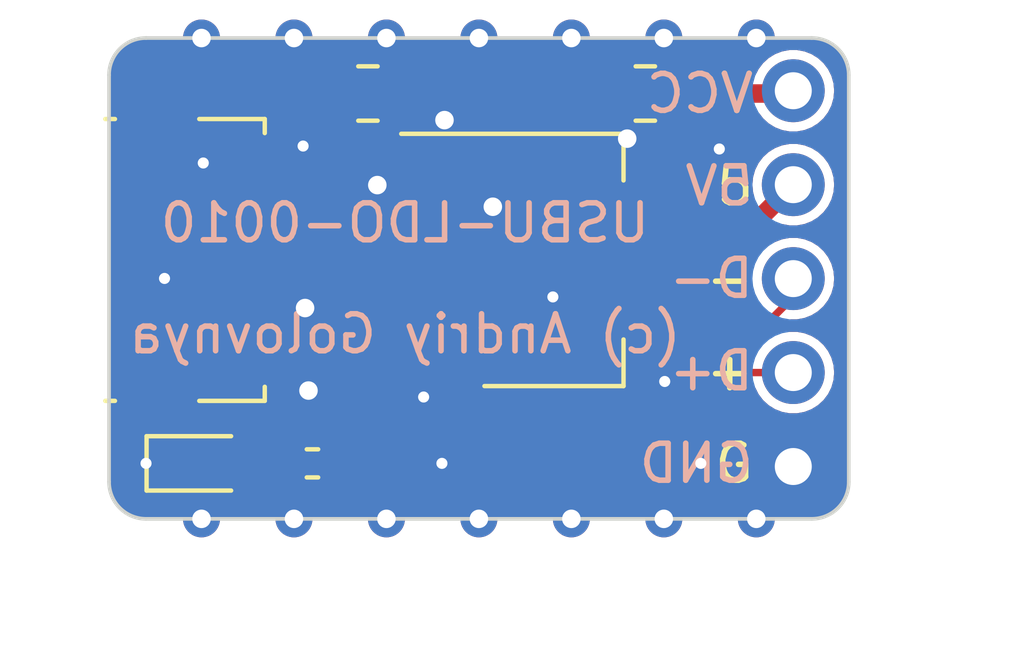
<source format=kicad_pcb>
(kicad_pcb (version 20221018) (generator pcbnew)
  (title_block (title "USBU-LDO-0010") (date "2024-02-01") (rev "1.0") (company "(c) Andriy Golovnya") (comment 1 "microUSB based board with LDO") (comment 2 "Designed in Germany"))
  (layers (0 "F.Cu" signal) (31 "B.Cu" signal) (34 "B.Paste" user) (35 "F.Paste" user) (36 "B.SilkS" user "B.Silkscreen") (37 "F.SilkS" user "F.Silkscreen") (38 "B.Mask" user) (39 "F.Mask" user) (44 "Edge.Cuts" user))
  (net 0 "")
  (net 1 "VBUS")
  (net 2 "GND")
  (net 3 "VCC")
  (net 4 "Net-(D1-A)")
  (net 7 "/D-")
  (net 8 "/D+")
  (footprint "Capacitor_SMD:C_0805_2012Metric" (layer "F.Cu") (at 164.5 95 180)
    (fp_text reference "C2" hide)
    (fp_text value "4.7uF")
    (fp_line (start -0.261252 -0.735) (end 0.261252 -0.735) (stroke (width 0.12)) (layer "F.SilkS"))
    (fp_line (start -0.261252 0.735) (end 0.261252 0.735) (stroke (width 0.12)) (layer "F.SilkS"))
    (pad "1" smd roundrect (at -0.95 0 180) (size 1 1.45) (layers "F.Cu" "F.Paste" "F.Mask") (net 3 "VCC"))
    (pad "2" smd roundrect (at 0.95 0 180) (size 1 1.45) (layers "F.Cu" "F.Paste" "F.Mask") (net 2 "GND"))
  )
  (footprint "Resistor_SMD:R_0402_1005Metric" (layer "F.Cu") (at 155.5 105 180)
    (fp_text reference "R1" hide)
    (fp_text value "1k")
    (fp_line (start -0.153641 -0.38) (end 0.153641 -0.38) (stroke (width 0.12)) (layer "F.SilkS"))
    (fp_line (start -0.153641 0.38) (end 0.153641 0.38) (stroke (width 0.12)) (layer "F.SilkS"))
    (pad "1" smd roundrect (at -0.51 0 180) (size 0.54 0.64) (layers "F.Cu" "F.Paste" "F.Mask") (net 1 "VBUS"))
    (pad "2" smd roundrect (at 0.51 0 180) (size 0.54 0.64) (layers "F.Cu" "F.Paste" "F.Mask") (net 4 "Net-(D1-A)"))
  )
  (footprint "Capacitor_SMD:C_0805_2012Metric" (layer "F.Cu") (at 157 95)
    (fp_text reference "C1" hide)
    (fp_text value "4.7uF")
    (fp_line (start -0.261252 -0.735) (end 0.261252 -0.735) (stroke (width 0.12)) (layer "F.SilkS"))
    (fp_line (start -0.261252 0.735) (end 0.261252 0.735) (stroke (width 0.12)) (layer "F.SilkS"))
    (pad "1" smd roundrect (at -0.95 0) (size 1 1.45) (layers "F.Cu" "F.Paste" "F.Mask") (net 1 "VBUS"))
    (pad "2" smd roundrect (at 0.95 0) (size 1 1.45) (layers "F.Cu" "F.Paste" "F.Mask") (net 2 "GND"))
  )
  (footprint "Connector_PinHeader_2.54mm:PinHeader_1x05_P2.54mm_Vertical" (layer "F.Cu") (at 168.5 94.925)
    (fp_text reference "J2" hide)
    (fp_text value "Conn_01x05_Pin")
    (pad "1" thru_hole oval (at 0 0) (size 1.7 1.7) (drill 1) (layers "*.Cu" "*.Mask") (net 3 "VCC"))
    (pad "2" thru_hole oval (at 0 2.54) (size 1.7 1.7) (drill 1) (layers "*.Cu" "*.Mask") (net 1 "VBUS"))
    (pad "3" thru_hole oval (at 0 5.08) (size 1.7 1.7) (drill 1) (layers "*.Cu" "*.Mask") (net 7 "/D-"))
    (pad "4" thru_hole oval (at 0 7.62) (size 1.7 1.7) (drill 1) (layers "*.Cu" "*.Mask") (net 8 "/D+"))
    (pad "5" thru_hole oval (at 0 10.16) (size 1.7 1.7) (drill 1) (layers "*.Cu" "*.Mask") (net 2 "GND"))
  )
  (footprint "LED_SMD:LED_0603_1608Metric" (layer "F.Cu") (at 152.5 105)
    (fp_text reference "D1" hide)
    (fp_text value "RED")
    (fp_line (start -1.485 -0.735) (end -1.485 0.735) (stroke (width 0.12)) (layer "F.SilkS"))
    (fp_line (start -1.485 0.735) (end 0.8 0.735) (stroke (width 0.12)) (layer "F.SilkS"))
    (fp_line (start 0.8 -0.735) (end -1.485 -0.735) (stroke (width 0.12)) (layer "F.SilkS"))
    (pad "1" smd roundrect (at -0.7875 0) (size 0.875 0.95) (layers "F.Cu" "F.Paste" "F.Mask") (net 2 "GND"))
    (pad "2" smd roundrect (at 0.7875 0) (size 0.875 0.95) (layers "F.Cu" "F.Paste" "F.Mask") (net 4 "Net-(D1-A)"))
  )
  (footprint "Package_TO_SOT_SMD:SOT-223-3_TabPin2" (layer "F.Cu") (at 162 99.5)
    (fp_text reference "U1" hide)
    (fp_text value "AMS1117-3.3")
    (fp_line (start -4.1 -3.41) (end 1.91 -3.41) (stroke (width 0.12)) (layer "F.SilkS"))
    (fp_line (start -1.85 3.41) (end 1.91 3.41) (stroke (width 0.12)) (layer "F.SilkS"))
    (fp_line (start 1.91 -3.41) (end 1.91 -2.15) (stroke (width 0.12)) (layer "F.SilkS"))
    (fp_line (start 1.91 3.41) (end 1.91 2.15) (stroke (width 0.12)) (layer "F.SilkS"))
    (pad "1" smd rect (at -3.15 -2.3) (size 2 1.5) (layers "F.Cu" "F.Paste" "F.Mask") (net 2 "GND"))
    (pad "2" smd rect (at -3.15 0) (size 2 1.5) (layers "F.Cu" "F.Paste" "F.Mask") (net 3 "VCC"))
    (pad "2" smd rect (at 3.15 0) (size 2 3.8) (layers "F.Cu" "F.Paste" "F.Mask") (net 3 "VCC"))
    (pad "3" smd rect (at -3.15 2.3) (size 2 1.5) (layers "F.Cu" "F.Paste" "F.Mask") (net 1 "VBUS"))
  )
  (footprint "Connector_USB:USB_Micro-B_Molex_47346-0001" (layer "F.Cu") (at 152.5 99.5 -90)
    (fp_text reference "J1" hide)
    (fp_text value "USB_B_Micro")
    (fp_line (start -3.81 -1.71) (end -3.43 -1.71) (stroke (width 0.12)) (layer "F.SilkS"))
    (fp_line (start -3.81 0.06) (end -3.81 -1.71) (stroke (width 0.12)) (layer "F.SilkS"))
    (fp_line (start -3.81 2.6) (end -3.81 2.34) (stroke (width 0.12)) (layer "F.SilkS"))
    (fp_line (start 3.81 -1.71) (end 3.43 -1.71) (stroke (width 0.12)) (layer "F.SilkS"))
    (fp_line (start 3.81 -1.71) (end 3.81 0.06) (stroke (width 0.12)) (layer "F.SilkS"))
    (fp_line (start 3.81 2.34) (end 3.81 2.6) (stroke (width 0.12)) (layer "F.SilkS"))
    (pad "1" smd rect (at -1.3 -1.46 270) (size 0.45 1.38) (layers "F.Cu" "F.Paste" "F.Mask") (net 1 "VBUS"))
    (pad "2" smd rect (at -0.65 -1.46 270) (size 0.45 1.38) (layers "F.Cu" "F.Paste" "F.Mask") (net 7 "/D-"))
    (pad "3" smd rect (at 0 -1.46 270) (size 0.45 1.38) (layers "F.Cu" "F.Paste" "F.Mask") (net 8 "/D+"))
    (pad "4" smd rect (at 0.65 -1.46 270) (size 0.45 1.38) (layers "F.Cu" "F.Paste" "F.Mask"))
    (pad "5" smd rect (at 1.3 -1.46 270) (size 0.45 1.38) (layers "F.Cu" "F.Paste" "F.Mask") (net 2 "GND"))
    (pad "6" smd rect (at -3.375 1.2 270) (size 1.65 1.3) (layers "F.Cu" "F.Paste" "F.Mask"))
    (pad "6" smd rect (at -2.4875 -1.375 270) (size 1.425 1.55) (layers "F.Cu" "F.Paste" "F.Mask"))
    (pad "6" smd rect (at -1.15 1.2 270) (size 1.8 1.9) (layers "F.Cu" "F.Paste" "F.Mask"))
    (pad "6" smd rect (at 1.55 1.2 270) (size 1 1.9) (layers "F.Cu" "F.Paste" "F.Mask"))
    (pad "6" smd rect (at 2.4875 -1.375 270) (size 1.425 1.55) (layers "F.Cu" "F.Paste" "F.Mask"))
    (pad "6" smd rect (at 3.375 1.2 270) (size 1.65 1.3) (layers "F.Cu" "F.Paste" "F.Mask"))
  )
  (gr_line (start 170 105.5) (end 170 94.5) (stroke (width 0.1)) (layer "Edge.Cuts"))
  (gr_line (start 169 106.5) (end 151 106.5) (stroke (width 0.1)) (layer "Edge.Cuts"))
  (gr_arc (start 150 94.5) (mid 150.292893 93.792893) (end 151 93.5) (stroke (width 0.1)) (layer "Edge.Cuts"))
  (gr_arc (start 151 106.5) (mid 150.292893 106.207107) (end 150 105.5) (stroke (width 0.1)) (layer "Edge.Cuts"))
  (gr_arc (start 169 93.5) (mid 169.707107 93.792893) (end 170 94.5) (stroke (width 0.1)) (layer "Edge.Cuts"))
  (gr_line (start 150 105.5) (end 150 94.5) (stroke (width 0.1)) (layer "Edge.Cuts"))
  (gr_line (start 169 93.5) (end 151 93.5) (stroke (width 0.1)) (layer "Edge.Cuts"))
  (gr_arc (start 170 105.5) (mid 169.707107 106.207107) (end 169 106.5) (stroke (width 0.1)) (layer "Edge.Cuts"))
  (gr_text "${TITLE}" (at 158 98.5) (layer "B.SilkS") (effects (font (size 1 1)) (justify mirror)))
  (gr_text "D-" (at 167.5 100) (layer "B.SilkS") (effects (font (size 1 1)) (justify left mirror)))
  (gr_text "GND" (at 167.5 105) (layer "B.SilkS") (effects (font (size 1 1)) (justify left mirror)))
  (gr_text "D+" (at 167.5 102.5) (layer "B.SilkS") (effects (font (size 1 1)) (justify left mirror)))
  (gr_text "VCC" (at 167.5 95) (layer "B.SilkS") (effects (font (size 1 1)) (justify left mirror)))
  (gr_text "5V" (at 167.5 97.5) (layer "B.SilkS") (effects (font (size 1 1)) (justify left mirror)))
  (gr_text "${COMPANY}" (at 158 101.5) (layer "B.SilkS") (effects (font (size 1 1)) (justify mirror)))
  (gr_text "V" (at 167.5 95) (layer "F.SilkS") (effects (font (size 1 1)) (justify right)))
  (gr_text "+" (at 167.5 102.5) (layer "F.SilkS") (effects (font (size 1 1)) (justify right)))
  (gr_text "5" (at 167.5 97.5) (layer "F.SilkS") (effects (font (size 1 1)) (justify right)))
  (gr_text "-" (at 167.5 100) (layer "F.SilkS") (effects (font (size 1 1)) (justify right)))
  (gr_text "G" (at 167.5 105) (layer "F.SilkS") (effects (font (size 1 1)) (justify right)))
  (segment (start 157.4 100.6) (end 157.4 99.465293) (width 0.5) (layer "F.Cu") (net 1))
  (segment (start 166.80029 101.424392) (end 166.80029 99.16471) (width 0.5) (layer "F.Cu") (net 1))
  (segment (start 156.05 98.115293) (end 156.05 98.05) (width 0.5) (layer "F.Cu") (net 1))
  (segment (start 166.374682 101.85) (end 166.80029 101.424392) (width 0.5) (layer "F.Cu") (net 1))
  (segment (start 158.85 101.8) (end 158.6 101.8) (width 0.5) (layer "F.Cu") (net 1))
  (segment (start 158.9 101.85) (end 166.374682 101.85) (width 0.5) (layer "F.Cu") (net 1))
  (segment (start 166.80029 99.16471) (end 168.5 97.465) (width 0.5) (layer "F.Cu") (net 1))
  (segment (start 157.4 99.465293) (end 156.05 98.115293) (width 0.5) (layer "F.Cu") (net 1))
  (segment (start 156.05 98.05) (end 155.9 98.2) (width 0.5) (layer "F.Cu") (net 1))
  (segment (start 158.85 101.8) (end 158.9 101.85) (width 0.5) (layer "F.Cu") (net 1))
  (segment (start 156.05 95) (end 156.05 98.05) (width 0.5) (layer "F.Cu") (net 1))
  (segment (start 155.9 98.2) (end 155.2 98.2) (width 0.5) (layer "F.Cu") (net 1))
  (segment (start 152.8 103.3) (end 152.8 98.67) (width 0.2) (layer "F.Cu") (net 1))
  (segment (start 158.6 101.8) (end 157.4 100.6) (width 0.5) (layer "F.Cu") (net 1))
  (segment (start 155.01 104) (end 153.5 104) (width 0.2) (layer "F.Cu") (net 1))
  (segment (start 153.96 98.2) (end 155.2 98.2) (width 0.45) (layer "F.Cu") (net 1))
  (segment (start 153.5 104) (end 152.8 103.3) (width 0.2) (layer "F.Cu") (net 1))
  (segment (start 152.8 98.67) (end 153.27 98.2) (width 0.2) (layer "F.Cu") (net 1))
  (segment (start 156.01 105) (end 155.01 104) (width 0.2) (layer "F.Cu") (net 1))
  (segment (start 153.27 98.2) (end 153.96 98.2) (width 0.2) (layer "F.Cu") (net 1))
  (segment (start 155.3 100.8) (end 153.96 100.8) (width 0.45) (layer "F.Cu") (net 2))
  (via (at 160 106.5) (size 1) (drill 0.5) (layers "F.Cu" "B.Cu") (net 2))
  (via (at 155 93.5) (size 1) (drill 0.5) (layers "F.Cu" "B.Cu") (net 2))
  (via (at 155.246645 96.420404) (size 0.6) (drill 0.3) (layers "F.Cu" "B.Cu") (net 2))
  (via (at 151.5 100) (size 0.6) (drill 0.3) (layers "F.Cu" "B.Cu") (net 2))
  (via (at 159 105) (size 0.6) (drill 0.3) (layers "F.Cu" "B.Cu") (net 2))
  (via (at 166.5 96.5) (size 0.6) (drill 0.3) (layers "F.Cu" "B.Cu") (net 2))
  (via (at 165 93.5) (size 1) (drill 0.5) (layers "F.Cu" "B.Cu") (net 2))
  (via (at 152.5 93.5) (size 1) (drill 0.5) (layers "F.Cu" "B.Cu") (net 2))
  (via (at 155.3 100.8) (size 1) (drill 0.5) (layers "F.Cu" "B.Cu") (net 2))
  (via (at 162.5 106.5) (size 1) (drill 0.5) (layers "F.Cu" "B.Cu") (net 2))
  (via (at 167.5 93.5) (size 1) (drill 0.5) (layers "F.Cu" "B.Cu") (net 2))
  (via (at 152.547712 96.878713) (size 0.6) (drill 0.3) (layers "F.Cu" "B.Cu") (net 2))
  (via (at 157.5 93.5) (size 1) (drill 0.5) (layers "F.Cu" "B.Cu") (net 2))
  (via (at 167.5 106.5) (size 1) (drill 0.5) (layers "F.Cu" "B.Cu") (net 2))
  (via (at 165 106.5) (size 1) (drill 0.5) (layers "F.Cu" "B.Cu") (net 2))
  (via (at 160.376419 98.061646) (size 1) (drill 0.5) (layers "F.Cu" "B.Cu") (net 2))
  (via (at 155.392495 103.031272) (size 1) (drill 0.5) (layers "F.Cu" "B.Cu") (net 2))
  (via (at 165.023912 102.785812) (size 0.6) (drill 0.3) (layers "F.Cu" "B.Cu") (net 2))
  (via (at 157.253125 97.476029) (size 1) (drill 0.5) (layers "F.Cu" "B.Cu") (net 2))
  (via (at 155 106.5) (size 1) (drill 0.5) (layers "F.Cu" "B.Cu") (net 2))
  (via (at 166 105) (size 0.6) (drill 0.3) (layers "F.Cu" "B.Cu") (net 2))
  (via (at 159.069388 95.719176) (size 1) (drill 0.5) (layers "F.Cu" "B.Cu") (net 2))
  (via (at 158.505734 103.205929) (size 0.6) (drill 0.3) (layers "F.Cu" "B.Cu") (net 2))
  (via (at 152.5 106.5) (size 1) (drill 0.5) (layers "F.Cu" "B.Cu") (net 2))
  (via (at 162.5 93.5) (size 1) (drill 0.5) (layers "F.Cu" "B.Cu") (net 2))
  (via (at 160 93.5) (size 1) (drill 0.5) (layers "F.Cu" "B.Cu") (net 2))
  (via (at 162 100.5) (size 0.6) (drill 0.3) (layers "F.Cu" "B.Cu") (net 2))
  (via (at 151 105) (size 0.6) (drill 0.3) (layers "F.Cu" "B.Cu") (net 2))
  (via (at 157.5 106.5) (size 1) (drill 0.5) (layers "F.Cu" "B.Cu") (net 2))
  (via (at 164.009232 96.219922) (size 1) (drill 0.5) (layers "F.Cu" "B.Cu") (net 2))
  (segment (start 165.15 95.3) (end 165.45 95) (width 0.5) (layer "F.Cu") (net 3))
  (segment (start 158.85 99.8) (end 158.9 99.85) (width 0.5) (layer "F.Cu") (net 3))
  (segment (start 158.85 99.5) (end 165.15 99.5) (width 0.5) (layer "F.Cu") (net 3))
  (segment (start 168.425 95) (end 168.5 94.925) (width 0.5) (layer "F.Cu") (net 3))
  (segment (start 165.45 95) (end 168.425 95) (width 0.5) (layer "F.Cu") (net 3))
  (segment (start 165.15 99.5) (end 165.15 95.3) (width 0.5) (layer "F.Cu") (net 3))
  (segment (start 153.2875 105) (end 154.99 105) (width 0.2) (layer "F.Cu") (net 4))
  (segment (start 155.446279 99.1) (end 156.680593 100.334315) (width 0.2) (layer "F.Cu") (net 7))
  (segment (start 168.5 100.5025) (end 168.5 100.005) (width 0.2) (layer "F.Cu") (net 7))
  (segment (start 156.680593 102.6023) (end 158.078293 104) (width 0.2) (layer "F.Cu") (net 7))
  (segment (start 154.825 98.975) (end 154.95 99.1) (width 0.2) (layer "F.Cu") (net 7))
  (segment (start 156.680593 100.334315) (end 156.680593 102.6023) (width 0.2) (layer "F.Cu") (net 7))
  (segment (start 158.078293 104) (end 165.0025 104) (width 0.2) (layer "F.Cu") (net 7))
  (segment (start 154.95 99.1) (end 155.446279 99.1) (width 0.2) (layer "F.Cu") (net 7))
  (segment (start 154.475 98.975) (end 154.825 98.975) (width 0.2) (layer "F.Cu") (net 7))
  (segment (start 165.0025 104) (end 168.5 100.5025) (width 0.2) (layer "F.Cu") (net 7))
  (segment (start 153.96 98.85) (end 154.35 98.85) (width 0.2) (layer "F.Cu") (net 7))
  (segment (start 154.35 98.85) (end 154.475 98.975) (width 0.2) (layer "F.Cu") (net 7))
  (segment (start 165.168186 104.4) (end 157.912608 104.4) (width 0.2) (layer "F.Cu") (net 8))
  (segment (start 166.534858 103.458359) (end 166.702979 103.62648) (width 0.2) (layer "F.Cu") (net 8))
  (segment (start 157.912608 104.4) (end 156.280593 102.767985) (width 0.2) (layer "F.Cu") (net 8))
  (segment (start 166.534093 103.458359) (end 166.534858 103.458359) (width 0.2) (layer "F.Cu") (net 8))
  (segment (start 156.280593 102.767985) (end 156.280593 100.5) (width 0.2) (layer "F.Cu") (net 8))
  (segment (start 165.685565 103.882624) (end 165.685564 103.882623) (width 0.2) (layer "F.Cu") (net 8))
  (segment (start 166.278715 104.050744) (end 166.276206 104.050744) (width 0.2) (layer "F.Cu") (net 8))
  (segment (start 167.023186 102.545) (end 166.534093 103.034093) (width 0.2) (layer "F.Cu") (net 8))
  (segment (start 155.280593 99.5) (end 153.96 99.5) (width 0.2) (layer "F.Cu") (net 8))
  (segment (start 168.5 102.545) (end 167.023186 102.545) (width 0.2) (layer "F.Cu") (net 8))
  (segment (start 165.685564 103.882623) (end 165.168186 104.4) (width 0.2) (layer "F.Cu") (net 8))
  (segment (start 156.280593 100.5) (end 155.280593 99.5) (width 0.2) (layer "F.Cu") (net 8))
  (segment (start 166.276206 104.050744) (end 166.075497 103.850035) (width 0.2) (layer "F.Cu") (net 8))
  (arc (start 166.075497 103.850035) (mid 165.874159 103.795681) (end 165.685565 103.882624) (width 0.2) (layer "F.Cu") (net 8))
  (arc (start 166.702979 103.62648) (mid 166.790847 103.838612) (end 166.702979 104.050744) (width 0.2) (layer "F.Cu") (net 8))
  (arc (start 166.534093 103.034093) (mid 166.446224 103.246227) (end 166.534093 103.458359) (width 0.2) (layer "F.Cu") (net 8))
  (arc (start 166.702979 104.050744) (mid 166.490847 104.138612) (end 166.278715 104.050744) (width 0.2) (layer "F.Cu") (net 8))
  (zone (net 2) (net_name "GND") (layers "F&B.Cu") (connect_pads yes (clearance 0.25)) (min_thickness 0.25) (fill yes (thermal_gap 0.5) (thermal_bridge_width 0.5))
    (polygon (pts (xy 150 93.5) (xy 150 110) (xy 170 110) (xy 170 93.5)))
  )
)
</source>
